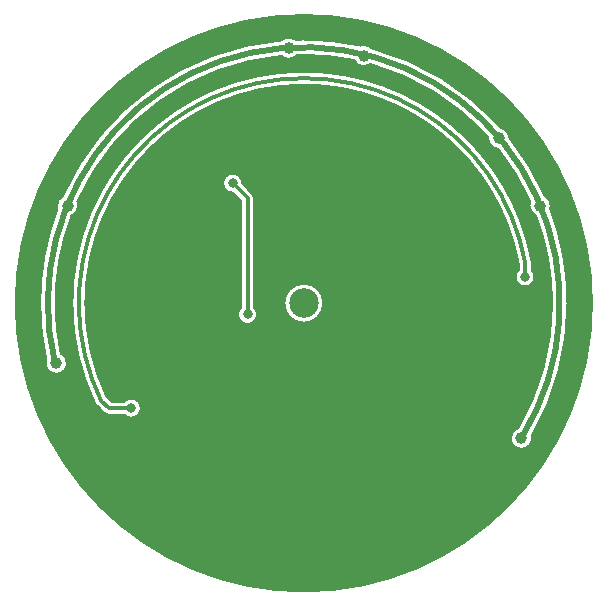
<source format=gtl>
G04 Layer: TopLayer*
G04 EasyEDA Pro v1.9.29.eba1c1, 2023-07-30 16:19:25*
G04 Gerber Generator version 0.3*
G04 Scale: 100 percent, Rotated: No, Reflected: No*
G04 Dimensions in millimeters*
G04 Leading zeros omitted, absolute positions, 3 integers and 3 decimals*
%FSLAX33Y33*%
%MOMM*%
%ADD999C,0.2032*%
%ADD10C,0.499999*%
%ADD11C,0.299999*%
%ADD12C,2.499995*%
%ADD13C,0.999998*%
%ADD14C,0.799998*%
G75*


G04 Copper Start*
G36*
G01X24396Y0D02*
G02X0Y-24396I-24396J0D01*
G02X-24396Y0I0J24396D01*
G02X0Y24396I24396J0D01*
G02X24396Y0I0J-24396D01*
G37*
%LPC*%
G36*
G01X18415Y-12334D02*
G03X19319Y-11430I0J904D01*
G03X19297Y-11232I-904J0D01*
G03X22328Y-0I-19297J11232D01*
G03X20859Y7965I-22328J0D01*
G03X20907Y8255I-856J290D01*
G03X20405Y9064I-904J0D01*
G03X17414Y13975I-20405J-9064D01*
G03X16664Y14861I-904J-5D01*
G03X5734Y21579I-16664J-14861D01*
G03X5080Y21859I-654J-624D01*
G03X4784Y21809I0J-904D01*
G03X-0Y22328I-4784J-21809D01*
G03X-731Y22316I0J-22328D01*
G03X-1270Y22494I-539J-726D01*
G03X-1890Y22248I0J-904D01*
G03X-20405Y9064I1890J-22248D01*
G03X-20907Y8255I403J-809D01*
G03X-20859Y7965I904J0D01*
G03X-22328Y-0I20859J-7965D01*
G03X-21809Y-4784I22328J0D01*
G03X-21859Y-5080I854J-296D01*
G03X-20955Y-5984I904J0D01*
G03X-20051Y-5080I0J904D01*
G03X-20585Y-4255I-904J0D01*
G02X-21020Y-0I20585J4255D01*
G02X-19668Y7415I21020J0D01*
G03X-19098Y8255I-334J840D01*
G03X-19173Y8615I-904J0D01*
G02X-1893Y20934I19173J-8615D01*
G03X-1270Y20686I623J656D01*
G03X-575Y21012I0J904D01*
G02X-0Y21020I575J-21012D01*
G02X4255Y20585I0J-21020D01*
G03X5080Y20051I825J370D01*
G03X5644Y20248I0J904D01*
G02X15612Y14075I-5644J-20248D01*
G03X15606Y13970I898J-105D01*
G03X16465Y13067I904J0D01*
G02X19173Y8615I-16465J-13067D01*
G03X19098Y8255I829J-360D01*
G03X19668Y7415I904J0D01*
G02X21020Y-0I-19668J-7415D01*
G02X18176Y-10558I-21020J0D01*
G03X17511Y-11430I239J-872D01*
G03X18415Y-12334I904J0D01*
G37*
G36*
G01X-15188Y-9444D02*
G03X-14605Y-9694I583J554D01*
G03X-13801Y-8890I0J804D01*
G03X-14605Y-8086I-804J0D01*
G03X-15188Y-8336I0J-804D01*
G01X-16280D01*
G01X-16731Y-7886D01*
G02X-18496Y-0I16731J7886D01*
G02X0Y18496I18496J0D01*
G02X18178Y3412I0J-18496D01*
G01Y2805D01*
G03X17928Y2223I554J-583D01*
G03X18733Y1418I804J0D01*
G03X19537Y2223I0J804D01*
G03X19287Y2805I-804J0D01*
G01Y3493D01*
G03X19258Y3669I-554J0D01*
G03X0Y19604I-19258J-3669D01*
G03X-19604Y-0I0J-19604D01*
G03X-17663Y-8505I19604J0D01*
G03X-17437Y-8746I499J240D01*
G01X-16902Y-9282D01*
G03X-16510Y-9444I392J392D01*
G01X-15188D01*
G37*
G36*
G01X-4762Y-1757D02*
G03X-3958Y-952I0J804D01*
G03X-4208Y-370I-804J0D01*
G01Y8890D01*
G03X-4371Y9282I-554J0D01*
G01X-5229Y10140D01*
G01X-5228Y10160D01*
G03X-6032Y10964I-804J0D01*
G03X-6837Y10160I0J-804D01*
G03X-6032Y9356I804J0D01*
G01X-6012D01*
G01X-5317Y8660D01*
G01Y-370D01*
G03X-5567Y-952I554J-583D01*
G03X-4762Y-1757I804J0D01*
G37*
G36*
G01X0Y-1654D02*
G03X1654Y0I0J1654D01*
G03X0Y1654I-1654J0D01*
G03X-1654Y0I0J-1654D01*
G03X0Y-1654I1654J0D01*
G37*
%LPD*%
G54D999*
G01X24396Y0D02*
G02X0Y-24396I-24396J0D01*
G02X-24396Y0I0J24396D01*
G02X0Y24396I24396J0D01*
G02X24396Y0I0J-24396D01*
G01X18415Y-12334D02*
G03X19319Y-11430I0J904D01*
G03X19297Y-11232I-904J0D01*
G03X22328Y-0I-19297J11232D01*
G03X20859Y7965I-22328J0D01*
G03X20907Y8255I-856J290D01*
G03X20405Y9064I-904J0D01*
G03X17414Y13975I-20405J-9064D01*
G03X16664Y14861I-904J-5D01*
G03X5734Y21579I-16664J-14861D01*
G03X5080Y21859I-654J-624D01*
G03X4784Y21809I0J-904D01*
G03X-0Y22328I-4784J-21809D01*
G03X-731Y22316I0J-22328D01*
G03X-1270Y22494I-539J-726D01*
G03X-1890Y22248I0J-904D01*
G03X-20405Y9064I1890J-22248D01*
G03X-20907Y8255I403J-809D01*
G03X-20859Y7965I904J0D01*
G03X-22328Y-0I20859J-7965D01*
G03X-21809Y-4784I22328J0D01*
G03X-21859Y-5080I854J-296D01*
G03X-20955Y-5984I904J0D01*
G03X-20051Y-5080I0J904D01*
G03X-20585Y-4255I-904J0D01*
G02X-21020Y-0I20585J4255D01*
G02X-19668Y7415I21020J0D01*
G03X-19098Y8255I-334J840D01*
G03X-19173Y8615I-904J0D01*
G02X-1893Y20934I19173J-8615D01*
G03X-1270Y20686I623J656D01*
G03X-575Y21012I0J904D01*
G02X-0Y21020I575J-21012D01*
G02X4255Y20585I0J-21020D01*
G03X5080Y20051I825J370D01*
G03X5644Y20248I0J904D01*
G02X15612Y14075I-5644J-20248D01*
G03X15606Y13970I898J-105D01*
G03X16465Y13067I904J0D01*
G02X19173Y8615I-16465J-13067D01*
G03X19098Y8255I829J-360D01*
G03X19668Y7415I904J0D01*
G02X21020Y-0I-19668J-7415D01*
G02X18176Y-10558I-21020J0D01*
G03X17511Y-11430I239J-872D01*
G03X18415Y-12334I904J0D01*
G01X-15188Y-9444D02*
G03X-14605Y-9694I583J554D01*
G03X-13801Y-8890I0J804D01*
G03X-14605Y-8086I-804J0D01*
G03X-15188Y-8336I0J-804D01*
G01X-16280D01*
G01X-16731Y-7886D01*
G02X-18496Y-0I16731J7886D01*
G02X0Y18496I18496J0D01*
G02X18178Y3412I0J-18496D01*
G01Y2805D01*
G03X17928Y2223I554J-583D01*
G03X18733Y1418I804J0D01*
G03X19537Y2223I0J804D01*
G03X19287Y2805I-804J0D01*
G01Y3493D01*
G03X19258Y3669I-554J0D01*
G03X0Y19604I-19258J-3669D01*
G03X-19604Y-0I0J-19604D01*
G03X-17663Y-8505I19604J0D01*
G03X-17437Y-8746I499J240D01*
G01X-16902Y-9282D01*
G03X-16510Y-9444I392J392D01*
G01X-15188D01*
G01X-4762Y-1757D02*
G03X-3958Y-952I0J804D01*
G03X-4208Y-370I-804J0D01*
G01Y8890D01*
G03X-4371Y9282I-554J0D01*
G01X-5229Y10140D01*
G01X-5228Y10160D01*
G03X-6032Y10964I-804J0D01*
G03X-6837Y10160I0J-804D01*
G03X-6032Y9356I804J0D01*
G01X-6012D01*
G01X-5317Y8660D01*
G01Y-370D01*
G03X-5567Y-952I554J-583D01*
G03X-4762Y-1757I804J0D01*
G01X0Y-1654D02*
G03X1654Y0I0J1654D01*
G03X0Y1654I-1654J0D01*
G03X-1654Y0I0J-1654D01*
G03X0Y-1654I1654J0D01*
G04 Copper End*

G04 PolygonModel Start*
G54D10*
G01X19685Y-5080D02*
G03X-20017Y-3551I-19685J5080D01*
G01X18415Y-11430D02*
G03X-21064Y-5106I-18415J11430D01*
G54D11*
G01X18727Y3492D02*
G03X-17164Y-8264I-18727J-3492D01*
G04 PolygonModel End*

G04 Pad Start*
G54D12*
G01X0Y0D03*
G04 Pad End*

G04 Via Start*
G54D13*
G01X-1270Y21590D03*
G01X0Y20320D03*
G01X-15240Y13335D03*
G01X16510Y13970D03*
G01X18098Y9208D03*
G01X20003Y8255D03*
G01X19685Y-5080D03*
G01X-20955Y-5080D03*
G01X-20002Y-3492D03*
G01X-19367Y6033D03*
G01X-20002Y8255D03*
G01X-6350Y19368D03*
G01X5080Y20955D03*
G01X18415Y-11430D03*
G54D14*
G01X-4762Y-952D03*
G01X-6032Y10160D03*
G54D13*
G01X-20320Y0D03*
G54D14*
G01X18733Y2223D03*
G01X-14605Y-8890D03*
G04 Via End*

G04 Track Start*
G54D11*
G01X-4762Y-952D02*
G01X-4762Y8890D01*
G01X-6032Y10160D01*
G01X18733Y2223D02*
G01X18733Y3493D01*
G01X-14605Y-8890D02*
G01X-16510Y-8890D01*
G01X-17145Y-8255D01*
G04 Track End*

M02*

</source>
